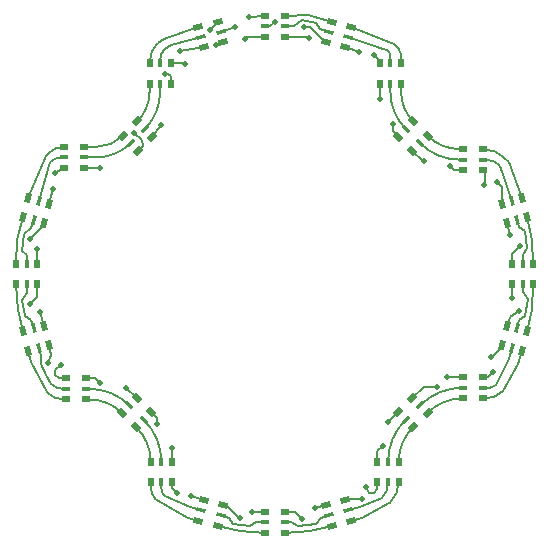
<source format=gbr>
%TF.GenerationSoftware,KiCad,Pcbnew,7.0.6*%
%TF.CreationDate,2023-08-09T16:46:22+09:30*%
%TF.ProjectId,interior-lighting,696e7465-7269-46f7-922d-6c6967687469,V1.0*%
%TF.SameCoordinates,Original*%
%TF.FileFunction,Copper,L1,Top*%
%TF.FilePolarity,Positive*%
%FSLAX46Y46*%
G04 Gerber Fmt 4.6, Leading zero omitted, Abs format (unit mm)*
G04 Created by KiCad (PCBNEW 7.0.6) date 2023-08-09 16:46:22*
%MOMM*%
%LPD*%
G01*
G04 APERTURE LIST*
G04 Aperture macros list*
%AMRotRect*
0 Rectangle, with rotation*
0 The origin of the aperture is its center*
0 $1 length*
0 $2 width*
0 $3 Rotation angle, in degrees counterclockwise*
0 Add horizontal line*
21,1,$1,$2,0,0,$3*%
G04 Aperture macros list end*
%TA.AperFunction,SMDPad,CuDef*%
%ADD10R,0.800000X0.500000*%
%TD*%
%TA.AperFunction,SMDPad,CuDef*%
%ADD11R,0.800000X0.300000*%
%TD*%
%TA.AperFunction,SMDPad,CuDef*%
%ADD12RotRect,0.800000X0.500000X315.000000*%
%TD*%
%TA.AperFunction,SMDPad,CuDef*%
%ADD13RotRect,0.800000X0.300000X315.000000*%
%TD*%
%TA.AperFunction,SMDPad,CuDef*%
%ADD14RotRect,0.800000X0.500000X285.000000*%
%TD*%
%TA.AperFunction,SMDPad,CuDef*%
%ADD15RotRect,0.800000X0.300000X285.000000*%
%TD*%
%TA.AperFunction,SMDPad,CuDef*%
%ADD16R,0.500000X0.800000*%
%TD*%
%TA.AperFunction,SMDPad,CuDef*%
%ADD17R,0.300000X0.800000*%
%TD*%
%TA.AperFunction,SMDPad,CuDef*%
%ADD18RotRect,0.800000X0.500000X45.000000*%
%TD*%
%TA.AperFunction,SMDPad,CuDef*%
%ADD19RotRect,0.800000X0.300000X45.000000*%
%TD*%
%TA.AperFunction,SMDPad,CuDef*%
%ADD20RotRect,0.800000X0.500000X75.000000*%
%TD*%
%TA.AperFunction,SMDPad,CuDef*%
%ADD21RotRect,0.800000X0.300000X75.000000*%
%TD*%
%TA.AperFunction,SMDPad,CuDef*%
%ADD22RotRect,0.800000X0.300000X105.000000*%
%TD*%
%TA.AperFunction,SMDPad,CuDef*%
%ADD23RotRect,0.800000X0.500000X105.000000*%
%TD*%
%TA.AperFunction,SMDPad,CuDef*%
%ADD24RotRect,0.800000X0.500000X225.000000*%
%TD*%
%TA.AperFunction,SMDPad,CuDef*%
%ADD25RotRect,0.800000X0.300000X225.000000*%
%TD*%
%TA.AperFunction,SMDPad,CuDef*%
%ADD26RotRect,0.800000X0.500000X255.000000*%
%TD*%
%TA.AperFunction,SMDPad,CuDef*%
%ADD27RotRect,0.800000X0.300000X255.000000*%
%TD*%
%TA.AperFunction,SMDPad,CuDef*%
%ADD28RotRect,0.800000X0.500000X345.000000*%
%TD*%
%TA.AperFunction,SMDPad,CuDef*%
%ADD29RotRect,0.800000X0.300000X345.000000*%
%TD*%
%TA.AperFunction,SMDPad,CuDef*%
%ADD30RotRect,0.800000X0.500000X195.000000*%
%TD*%
%TA.AperFunction,SMDPad,CuDef*%
%ADD31RotRect,0.800000X0.300000X195.000000*%
%TD*%
%TA.AperFunction,SMDPad,CuDef*%
%ADD32RotRect,0.800000X0.500000X165.000000*%
%TD*%
%TA.AperFunction,SMDPad,CuDef*%
%ADD33RotRect,0.800000X0.300000X165.000000*%
%TD*%
%TA.AperFunction,SMDPad,CuDef*%
%ADD34RotRect,0.800000X0.500000X135.000000*%
%TD*%
%TA.AperFunction,SMDPad,CuDef*%
%ADD35RotRect,0.800000X0.300000X135.000000*%
%TD*%
%TA.AperFunction,SMDPad,CuDef*%
%ADD36RotRect,0.800000X0.500000X15.000000*%
%TD*%
%TA.AperFunction,SMDPad,CuDef*%
%ADD37RotRect,0.800000X0.300000X15.000000*%
%TD*%
%TA.AperFunction,ViaPad*%
%ADD38C,0.500000*%
%TD*%
%TA.AperFunction,Conductor*%
%ADD39C,0.200000*%
%TD*%
G04 APERTURE END LIST*
D10*
%TO.P,U17,1,SDO*%
%TO.N,Net-(U17-SDO)*%
X82350000Y-110600000D03*
%TO.P,U17,2,SDI*%
%TO.N,Net-(U16-SDO)*%
X84050000Y-110600000D03*
D11*
%TO.P,U17,3,CKI*%
%TO.N,Net-(U16-CK0)*%
X84050000Y-109700000D03*
D10*
%TO.P,U17,4,GND*%
%TO.N,GND*%
X84050000Y-108800000D03*
%TO.P,U17,5,VDD*%
%TO.N,+3.3V*%
X82350000Y-108800000D03*
D11*
%TO.P,U17,6,CK0*%
%TO.N,Net-(U17-CK0)*%
X82350000Y-109700000D03*
%TD*%
D12*
%TO.P,U4,1,SDO*%
%TO.N,Net-(U4-SDO)*%
X112937437Y-88264645D03*
%TO.P,U4,2,SDI*%
%TO.N,Net-(U3-SDO)*%
X111735355Y-87062563D03*
D13*
%TO.P,U4,3,CKI*%
%TO.N,Net-(U3-CK0)*%
X111098959Y-87698959D03*
D12*
%TO.P,U4,4,GND*%
%TO.N,GND*%
X110462563Y-88335355D03*
%TO.P,U4,5,VDD*%
%TO.N,+3.3V*%
X111664645Y-89537437D03*
D13*
%TO.P,U4,6,CK0*%
%TO.N,Net-(U4-CK0)*%
X112301041Y-88901041D03*
%TD*%
D14*
%TO.P,U6,1,SDO*%
%TO.N,Net-(U6-SDO)*%
X121389329Y-95188100D03*
%TO.P,U6,2,SDI*%
%TO.N,Net-(U5-SDO)*%
X120949337Y-93546026D03*
D15*
%TO.P,U6,3,CKI*%
%TO.N,Net-(U5-CK0)*%
X120080004Y-93778963D03*
D14*
%TO.P,U6,4,GND*%
%TO.N,GND*%
X119210671Y-94011900D03*
%TO.P,U6,5,VDD*%
%TO.N,+3.3V*%
X119650663Y-95653974D03*
D15*
%TO.P,U6,6,CK0*%
%TO.N,Net-(U6-CK0)*%
X120519996Y-95421037D03*
%TD*%
D16*
%TO.P,U7,1,SDO*%
%TO.N,Net-(U7-SDO)*%
X121900000Y-100850000D03*
%TO.P,U7,2,SDI*%
%TO.N,Net-(U6-SDO)*%
X121900000Y-99150000D03*
D17*
%TO.P,U7,3,CKI*%
%TO.N,Net-(U6-CK0)*%
X121000000Y-99150000D03*
D16*
%TO.P,U7,4,GND*%
%TO.N,GND*%
X120100000Y-99150000D03*
%TO.P,U7,5,VDD*%
%TO.N,+3.3V*%
X120100000Y-100850000D03*
D17*
%TO.P,U7,6,CK0*%
%TO.N,Net-(U7-CK0)*%
X121000000Y-100850000D03*
%TD*%
D18*
%TO.P,U22,1,SDO*%
%TO.N,Net-(U22-SDO)*%
X88364645Y-87062563D03*
%TO.P,U22,2,SDI*%
%TO.N,Net-(U21-SDO)*%
X87162563Y-88264645D03*
D19*
%TO.P,U22,3,CKI*%
%TO.N,Net-(U21-CK0)*%
X87798959Y-88901041D03*
D18*
%TO.P,U22,4,GND*%
%TO.N,GND*%
X88435355Y-89537437D03*
%TO.P,U22,5,VDD*%
%TO.N,+3.3V*%
X89637437Y-88335355D03*
D19*
%TO.P,U22,6,CK0*%
%TO.N,Net-(U22-CK0)*%
X89001041Y-87698959D03*
%TD*%
D16*
%TO.P,U19,1,SDO*%
%TO.N,Net-(U19-SDO)*%
X78100000Y-99150000D03*
%TO.P,U19,2,SDI*%
%TO.N,Net-(U18-SDO)*%
X78100000Y-100850000D03*
D17*
%TO.P,U19,3,CKI*%
%TO.N,Net-(U18-CK0)*%
X79000000Y-100850000D03*
D16*
%TO.P,U19,4,GND*%
%TO.N,GND*%
X79900000Y-100850000D03*
%TO.P,U19,5,VDD*%
%TO.N,+3.3V*%
X79900000Y-99150000D03*
D17*
%TO.P,U19,6,CK0*%
%TO.N,Net-(U19-CK0)*%
X79000000Y-99150000D03*
%TD*%
D20*
%TO.P,U20,1,SDO*%
%TO.N,Net-(U20-SDO)*%
X79150663Y-93546026D03*
%TO.P,U20,2,SDI*%
%TO.N,Net-(U19-SDO)*%
X78710671Y-95188100D03*
D21*
%TO.P,U20,3,CKI*%
%TO.N,Net-(U19-CK0)*%
X79580004Y-95421037D03*
D20*
%TO.P,U20,4,GND*%
%TO.N,GND*%
X80449337Y-95653974D03*
%TO.P,U20,5,VDD*%
%TO.N,+3.3V*%
X80889329Y-94011900D03*
D21*
%TO.P,U20,6,CK0*%
%TO.N,Net-(U20-CK0)*%
X80019996Y-93778963D03*
%TD*%
D10*
%TO.P,U1,1,SDO*%
%TO.N,Net-(U1-SDO)*%
X100850000Y-78100000D03*
%TO.P,U1,2,SDI*%
%TO.N,Net-(P3-P1)*%
X99150000Y-78100000D03*
D11*
%TO.P,U1,3,CKI*%
%TO.N,Net-(P2-P1)*%
X99150000Y-79000000D03*
D10*
%TO.P,U1,4,GND*%
%TO.N,GND*%
X99150000Y-79900000D03*
%TO.P,U1,5,VDD*%
%TO.N,+3.3V*%
X100850000Y-79900000D03*
D11*
%TO.P,U1,6,CK0*%
%TO.N,Net-(U1-CK0)*%
X100850000Y-79000000D03*
%TD*%
D16*
%TO.P,U15,1,SDO*%
%TO.N,Net-(U15-SDO)*%
X89500000Y-115850000D03*
%TO.P,U15,2,SDI*%
%TO.N,Net-(U14-SDO)*%
X89500000Y-117550000D03*
D17*
%TO.P,U15,3,CKI*%
%TO.N,Net-(U14-CK0)*%
X90400000Y-117550000D03*
D16*
%TO.P,U15,4,GND*%
%TO.N,GND*%
X91300000Y-117550000D03*
%TO.P,U15,5,VDD*%
%TO.N,+3.3V*%
X91300000Y-115850000D03*
D17*
%TO.P,U15,6,CK0*%
%TO.N,Net-(U15-CK0)*%
X90400000Y-115850000D03*
%TD*%
D22*
%TO.P,U18,6,CK0*%
%TO.N,Net-(U18-CK0)*%
X79580004Y-104578963D03*
D23*
%TO.P,U18,5,VDD*%
%TO.N,+3.3V*%
X80449337Y-104346026D03*
%TO.P,U18,4,GND*%
%TO.N,GND*%
X80889329Y-105988100D03*
D22*
%TO.P,U18,3,CKI*%
%TO.N,Net-(U17-CK0)*%
X80019996Y-106221037D03*
D23*
%TO.P,U18,2,SDI*%
%TO.N,Net-(U17-SDO)*%
X79150663Y-106453974D03*
%TO.P,U18,1,SDO*%
%TO.N,Net-(U18-SDO)*%
X78710671Y-104811900D03*
%TD*%
D24*
%TO.P,U10,1,SDO*%
%TO.N,Net-(U10-SDO)*%
X111735355Y-112937437D03*
%TO.P,U10,2,SDI*%
%TO.N,Net-(U10-SDI)*%
X112937437Y-111735355D03*
D25*
%TO.P,U10,3,CKI*%
%TO.N,Net-(U10-CKI)*%
X112301041Y-111098959D03*
D24*
%TO.P,U10,4,GND*%
%TO.N,GND*%
X111664645Y-110462563D03*
%TO.P,U10,5,VDD*%
%TO.N,+3.3V*%
X110462563Y-111664645D03*
D25*
%TO.P,U10,6,CK0*%
%TO.N,Net-(U10-CK0)*%
X111098959Y-112301041D03*
%TD*%
D10*
%TO.P,U13,1,SDO*%
%TO.N,Net-(U13-SDO)*%
X99150000Y-121900000D03*
%TO.P,U13,2,SDI*%
%TO.N,Net-(U12-SDO)*%
X100850000Y-121900000D03*
D11*
%TO.P,U13,3,CKI*%
%TO.N,Net-(U12-CK0)*%
X100850000Y-121000000D03*
D10*
%TO.P,U13,4,GND*%
%TO.N,GND*%
X100850000Y-120100000D03*
%TO.P,U13,5,VDD*%
%TO.N,+3.3V*%
X99150000Y-120100000D03*
D11*
%TO.P,U13,6,CK0*%
%TO.N,Net-(U13-CK0)*%
X99150000Y-121000000D03*
%TD*%
D26*
%TO.P,U8,1,SDO*%
%TO.N,Net-(U8-SDO)*%
X120949337Y-106453974D03*
%TO.P,U8,2,SDI*%
%TO.N,Net-(U7-SDO)*%
X121389329Y-104811900D03*
D27*
%TO.P,U8,3,CKI*%
%TO.N,Net-(U7-CK0)*%
X120519996Y-104578963D03*
D26*
%TO.P,U8,4,GND*%
%TO.N,GND*%
X119650663Y-104346026D03*
%TO.P,U8,5,VDD*%
%TO.N,+3.3V*%
X119210671Y-105988100D03*
D27*
%TO.P,U8,6,CK0*%
%TO.N,Net-(U8-CK0)*%
X120080004Y-106221037D03*
%TD*%
D16*
%TO.P,U3,1,SDO*%
%TO.N,Net-(U3-SDO)*%
X110700000Y-83850000D03*
%TO.P,U3,2,SDI*%
%TO.N,Net-(U2-SDO)*%
X110700000Y-82150000D03*
D17*
%TO.P,U3,3,CKI*%
%TO.N,Net-(U2-CK0)*%
X109800000Y-82150000D03*
D16*
%TO.P,U3,4,GND*%
%TO.N,GND*%
X108900000Y-82150000D03*
%TO.P,U3,5,VDD*%
%TO.N,+3.3V*%
X108900000Y-83850000D03*
D17*
%TO.P,U3,6,CK0*%
%TO.N,Net-(U3-CK0)*%
X109800000Y-83850000D03*
%TD*%
D10*
%TO.P,U21,1,SDO*%
%TO.N,Net-(U21-SDO)*%
X83850000Y-89200000D03*
%TO.P,U21,2,SDI*%
%TO.N,Net-(U20-SDO)*%
X82150000Y-89200000D03*
D11*
%TO.P,U21,3,CKI*%
%TO.N,Net-(U20-CK0)*%
X82150000Y-90100000D03*
D10*
%TO.P,U21,4,GND*%
%TO.N,GND*%
X82150000Y-91000000D03*
%TO.P,U21,5,VDD*%
%TO.N,+3.3V*%
X83850000Y-91000000D03*
D11*
%TO.P,U21,6,CK0*%
%TO.N,Net-(U21-CK0)*%
X83850000Y-90100000D03*
%TD*%
D28*
%TO.P,U2,1,SDO*%
%TO.N,Net-(U2-SDO)*%
X106453974Y-79050663D03*
%TO.P,U2,2,SDI*%
%TO.N,Net-(U1-SDO)*%
X104811900Y-78610671D03*
D29*
%TO.P,U2,3,CKI*%
%TO.N,Net-(U1-CK0)*%
X104578963Y-79480004D03*
D28*
%TO.P,U2,4,GND*%
%TO.N,GND*%
X104346026Y-80349337D03*
%TO.P,U2,5,VDD*%
%TO.N,+3.3V*%
X105988100Y-80789329D03*
D29*
%TO.P,U2,6,CK0*%
%TO.N,Net-(U2-CK0)*%
X106221037Y-79919996D03*
%TD*%
D30*
%TO.P,U12,1,SDO*%
%TO.N,Net-(U12-SDO)*%
X104811900Y-121289329D03*
%TO.P,U12,2,SDI*%
%TO.N,Net-(U11-SDO)*%
X106453974Y-120849337D03*
D31*
%TO.P,U12,3,CKI*%
%TO.N,Net-(U11-CK0)*%
X106221037Y-119980004D03*
D30*
%TO.P,U12,4,GND*%
%TO.N,GND*%
X105988100Y-119110671D03*
%TO.P,U12,5,VDD*%
%TO.N,+3.3V*%
X104346026Y-119550663D03*
D31*
%TO.P,U12,6,CK0*%
%TO.N,Net-(U12-CK0)*%
X104578963Y-120419996D03*
%TD*%
D32*
%TO.P,U14,1,SDO*%
%TO.N,Net-(U14-SDO)*%
X93546026Y-120849337D03*
%TO.P,U14,2,SDI*%
%TO.N,Net-(U13-SDO)*%
X95188100Y-121289329D03*
D33*
%TO.P,U14,3,CKI*%
%TO.N,Net-(U13-CK0)*%
X95421037Y-120419996D03*
D32*
%TO.P,U14,4,GND*%
%TO.N,GND*%
X95653974Y-119550663D03*
%TO.P,U14,5,VDD*%
%TO.N,+3.3V*%
X94011900Y-119110671D03*
D33*
%TO.P,U14,6,CK0*%
%TO.N,Net-(U14-CK0)*%
X93778963Y-119980004D03*
%TD*%
D34*
%TO.P,U16,1,SDO*%
%TO.N,Net-(U16-SDO)*%
X87062563Y-111735355D03*
%TO.P,U16,2,SDI*%
%TO.N,Net-(U15-SDO)*%
X88264645Y-112937437D03*
D35*
%TO.P,U16,3,CKI*%
%TO.N,Net-(U15-CK0)*%
X88901041Y-112301041D03*
D34*
%TO.P,U16,4,GND*%
%TO.N,GND*%
X89537437Y-111664645D03*
%TO.P,U16,5,VDD*%
%TO.N,+3.3V*%
X88335355Y-110462563D03*
D35*
%TO.P,U16,6,CK0*%
%TO.N,Net-(U16-CK0)*%
X87698959Y-111098959D03*
%TD*%
D16*
%TO.P,U23,1,SDO*%
%TO.N,Net-(U23-SDO)*%
X89400000Y-82150000D03*
%TO.P,U23,2,SDI*%
%TO.N,Net-(U22-SDO)*%
X89400000Y-83850000D03*
D17*
%TO.P,U23,3,CKI*%
%TO.N,Net-(U22-CK0)*%
X90300000Y-83850000D03*
D16*
%TO.P,U23,4,GND*%
%TO.N,GND*%
X91200000Y-83850000D03*
%TO.P,U23,5,VDD*%
%TO.N,+3.3V*%
X91200000Y-82150000D03*
D17*
%TO.P,U23,6,CK0*%
%TO.N,Net-(U23-CK0)*%
X90300000Y-82150000D03*
%TD*%
D16*
%TO.P,U11,1,SDO*%
%TO.N,Net-(U11-SDO)*%
X110500000Y-117550000D03*
%TO.P,U11,2,SDI*%
%TO.N,Net-(U10-SDO)*%
X110500000Y-115850000D03*
D17*
%TO.P,U11,3,CKI*%
%TO.N,Net-(U10-CK0)*%
X109600000Y-115850000D03*
D16*
%TO.P,U11,4,GND*%
%TO.N,GND*%
X108700000Y-115850000D03*
%TO.P,U11,5,VDD*%
%TO.N,+3.3V*%
X108700000Y-117550000D03*
D17*
%TO.P,U11,6,CK0*%
%TO.N,Net-(U11-CK0)*%
X109600000Y-117550000D03*
%TD*%
D10*
%TO.P,U9,1,SDO*%
%TO.N,Net-(U10-SDI)*%
X115950000Y-110500000D03*
%TO.P,U9,2,SDI*%
%TO.N,Net-(U8-SDO)*%
X117650000Y-110500000D03*
D11*
%TO.P,U9,3,CKI*%
%TO.N,Net-(U8-CK0)*%
X117650000Y-109600000D03*
D10*
%TO.P,U9,4,GND*%
%TO.N,GND*%
X117650000Y-108700000D03*
%TO.P,U9,5,VDD*%
%TO.N,+3.3V*%
X115950000Y-108700000D03*
D11*
%TO.P,U9,6,CK0*%
%TO.N,Net-(U10-CKI)*%
X115950000Y-109600000D03*
%TD*%
D36*
%TO.P,U24,1,SDO*%
%TO.N,Net-(P5-P1)*%
X95188100Y-78610671D03*
%TO.P,U24,2,SDI*%
%TO.N,Net-(U23-SDO)*%
X93546026Y-79050663D03*
D37*
%TO.P,U24,3,CKI*%
%TO.N,Net-(U23-CK0)*%
X93778963Y-79919996D03*
D36*
%TO.P,U24,4,GND*%
%TO.N,GND*%
X94011900Y-80789329D03*
%TO.P,U24,5,VDD*%
%TO.N,+3.3V*%
X95653974Y-80349337D03*
D37*
%TO.P,U24,6,CK0*%
%TO.N,Net-(P6-P1)*%
X95421037Y-79480004D03*
%TD*%
D10*
%TO.P,U5,1,SDO*%
%TO.N,Net-(U5-SDO)*%
X117650000Y-89400000D03*
%TO.P,U5,2,SDI*%
%TO.N,Net-(U4-SDO)*%
X115950000Y-89400000D03*
D11*
%TO.P,U5,3,CKI*%
%TO.N,Net-(U4-CK0)*%
X115950000Y-90300000D03*
D10*
%TO.P,U5,4,GND*%
%TO.N,GND*%
X115950000Y-91200000D03*
%TO.P,U5,5,VDD*%
%TO.N,+3.3V*%
X117650000Y-91200000D03*
D11*
%TO.P,U5,6,CK0*%
%TO.N,Net-(U5-CK0)*%
X117650000Y-90300000D03*
%TD*%
D38*
%TO.N,GND*%
X88100000Y-88050000D03*
X90750000Y-83050000D03*
%TO.N,+3.3V*%
X107700000Y-118000000D03*
%TO.N,GND*%
X91700000Y-118500000D03*
%TO.N,+3.3V*%
X81900000Y-107700000D03*
%TO.N,GND*%
X92000000Y-81100000D03*
%TO.N,Net-(P6-P1)*%
X96600000Y-79100000D03*
%TO.N,Net-(P5-P1)*%
X94500000Y-79300000D03*
%TO.N,GND*%
X81400000Y-91400000D03*
%TO.N,Net-(P2-P1)*%
X100000000Y-78600000D03*
%TO.N,Net-(P3-P1)*%
X97800000Y-78200000D03*
%TO.N,GND*%
X118500000Y-108300000D03*
%TO.N,+3.3V*%
X117700000Y-92400000D03*
%TO.N,GND*%
X108400000Y-81400000D03*
%TO.N,+3.3V*%
X92400000Y-82200000D03*
%TO.N,GND*%
X109200000Y-114500000D03*
X113700000Y-109500000D03*
X102300000Y-120700000D03*
X79300000Y-97000000D03*
X110000000Y-87300000D03*
X97450000Y-80050000D03*
X120800000Y-97600000D03*
X118800000Y-92200000D03*
X97100000Y-120600000D03*
X107400000Y-119000000D03*
X90000000Y-112700000D03*
X120700000Y-103100000D03*
X114800000Y-90800000D03*
X79300000Y-102500000D03*
X102500000Y-79100000D03*
X85200000Y-109200000D03*
X80800000Y-107500000D03*
%TO.N,+3.3V*%
X114600000Y-108700000D03*
X107100000Y-81200000D03*
X108900000Y-85200000D03*
X112600000Y-90400000D03*
X109600000Y-112500000D03*
X80100000Y-103200000D03*
X79900000Y-97900000D03*
X103400000Y-119800000D03*
X120100000Y-102000000D03*
X118300000Y-107000000D03*
X92900000Y-118800000D03*
X90400000Y-87400000D03*
X102900000Y-80000000D03*
X81200000Y-92800000D03*
X91300000Y-114700000D03*
X85200000Y-91000000D03*
X95000000Y-80600000D03*
X119900000Y-96700000D03*
X98100000Y-120100000D03*
X87400000Y-109600000D03*
%TD*%
D39*
%TO.N,GND*%
X88800000Y-88650000D02*
X88100000Y-88050000D01*
X88435355Y-89537437D02*
X88850000Y-89100000D01*
X88850000Y-89100000D02*
X88800000Y-88650000D01*
X97450000Y-80050000D02*
X97600000Y-79900000D01*
X97600000Y-79900000D02*
X99150000Y-79900000D01*
X91200000Y-83850000D02*
X91200000Y-83250000D01*
X91200000Y-83250000D02*
X91000000Y-83050000D01*
X91000000Y-83050000D02*
X90750000Y-83050000D01*
X113700000Y-109500000D02*
X112627208Y-109500000D01*
X112627208Y-109500000D02*
X111664645Y-110462563D01*
%TO.N,+3.3V*%
X102900000Y-80000000D02*
X102800000Y-79900000D01*
X102800000Y-79900000D02*
X100850000Y-79900000D01*
%TO.N,GND*%
X102500000Y-79100000D02*
X103000000Y-79100000D01*
X103000000Y-79100000D02*
X104249337Y-80349337D01*
X104249337Y-80349337D02*
X104346026Y-80349337D01*
%TO.N,Net-(U1-CK0)*%
X100850000Y-79000000D02*
X101600000Y-79000000D01*
X101600000Y-79000000D02*
X102300000Y-78500000D01*
X102300000Y-78500000D02*
X103500000Y-78700000D01*
X103500000Y-78700000D02*
X103800000Y-79200000D01*
X103800000Y-79200000D02*
X104578963Y-79480004D01*
%TO.N,+3.3V*%
X107100000Y-81200000D02*
X106689329Y-81000000D01*
X106689329Y-81000000D02*
X105988100Y-80789329D01*
X108900000Y-85200000D02*
X108900000Y-83850000D01*
%TO.N,GND*%
X110000000Y-87300000D02*
X110000000Y-87872792D01*
X110000000Y-87872792D02*
X110462563Y-88335355D01*
%TO.N,+3.3V*%
X112600000Y-90400000D02*
X112527208Y-90400000D01*
X112527208Y-90400000D02*
X111664645Y-89537437D01*
X117700000Y-92400000D02*
X117800000Y-92300000D01*
X117800000Y-92300000D02*
X117800000Y-91350000D01*
X117800000Y-91350000D02*
X117650000Y-91200000D01*
%TO.N,GND*%
X120800000Y-97600000D02*
X120100000Y-98300000D01*
X120100000Y-98300000D02*
X120100000Y-99150000D01*
%TO.N,Net-(U6-CK0)*%
X120519996Y-95421037D02*
X120700000Y-96000000D01*
X120700000Y-96000000D02*
X121200000Y-96300000D01*
X121000000Y-98400000D02*
X121000000Y-99150000D01*
X121200000Y-96300000D02*
X121400000Y-97800000D01*
X121400000Y-97800000D02*
X121000000Y-98400000D01*
%TO.N,GND*%
X120700000Y-103100000D02*
X119900000Y-103600000D01*
X119900000Y-103600000D02*
X119800000Y-103949337D01*
X119800000Y-103949337D02*
X119650663Y-104346026D01*
%TO.N,Net-(U7-CK0)*%
X121000000Y-100850000D02*
X121000000Y-101500000D01*
X121000000Y-101500000D02*
X121441554Y-102097282D01*
X121441554Y-102097282D02*
X121200000Y-103500000D01*
X121200000Y-103500000D02*
X120700000Y-103900000D01*
X120700000Y-103900000D02*
X120519996Y-104578963D01*
%TO.N,+3.3V*%
X118300000Y-107000000D02*
X118400000Y-107000000D01*
X118400000Y-107000000D02*
X119210671Y-106189329D01*
X119210671Y-106189329D02*
X119210671Y-105988100D01*
%TO.N,GND*%
X118500000Y-108300000D02*
X118100000Y-108700000D01*
X118100000Y-108700000D02*
X117650000Y-108700000D01*
X108700000Y-115850000D02*
X108700000Y-115000000D01*
X108700000Y-115000000D02*
X109200000Y-114500000D01*
%TO.N,+3.3V*%
X108000000Y-118500000D02*
X107700000Y-118000000D01*
X108700000Y-118200000D02*
X108400000Y-118500000D01*
X108700000Y-117550000D02*
X108700000Y-118200000D01*
X108400000Y-118500000D02*
X108000000Y-118500000D01*
%TO.N,GND*%
X105988100Y-119110671D02*
X106098771Y-119000000D01*
X106098771Y-119000000D02*
X107400000Y-119000000D01*
X100850000Y-120100000D02*
X101700000Y-120100000D01*
X101700000Y-120100000D02*
X102300000Y-120700000D01*
%TO.N,Net-(U12-CK0)*%
X100850000Y-121000000D02*
X101400000Y-121000000D01*
X101400000Y-121000000D02*
X102000000Y-121300000D01*
X102000000Y-121300000D02*
X103500000Y-121100000D01*
X103500000Y-121100000D02*
X103900000Y-120600000D01*
X103900000Y-120600000D02*
X104578963Y-120419996D01*
%TO.N,GND*%
X97100000Y-120600000D02*
X96950000Y-120600000D01*
X96950000Y-120600000D02*
X95900663Y-119550663D01*
X95900663Y-119550663D02*
X95653974Y-119550663D01*
%TO.N,Net-(U13-CK0)*%
X97900000Y-121300000D02*
X98400000Y-121000000D01*
X98400000Y-121000000D02*
X99150000Y-121000000D01*
X96100000Y-120600000D02*
X96500000Y-121100000D01*
X95421037Y-120419996D02*
X96100000Y-120600000D01*
X96500000Y-121100000D02*
X97900000Y-121300000D01*
%TO.N,GND*%
X91300000Y-117550000D02*
X91300000Y-118100000D01*
X91300000Y-118100000D02*
X91700000Y-118500000D01*
X90000000Y-112700000D02*
X90000000Y-112127208D01*
X90000000Y-112127208D02*
X89537437Y-111664645D01*
%TO.N,+3.3V*%
X81400000Y-108100000D02*
X81900000Y-107700000D01*
X81700000Y-108800000D02*
X81400000Y-108500000D01*
X82350000Y-108800000D02*
X81700000Y-108800000D01*
X81400000Y-108500000D02*
X81400000Y-108100000D01*
%TO.N,GND*%
X85200000Y-109200000D02*
X84800000Y-108800000D01*
X84800000Y-108800000D02*
X84050000Y-108800000D01*
X80889329Y-105988100D02*
X81100000Y-106800000D01*
X81100000Y-106800000D02*
X80800000Y-107500000D01*
%TO.N,Net-(U17-CK0)*%
X80200000Y-107600000D02*
X80200000Y-106900000D01*
X81100000Y-109300000D02*
X80600000Y-108500000D01*
X80200000Y-106900000D02*
X80019996Y-106221037D01*
X80600000Y-108500000D02*
X80200000Y-107600000D01*
%TO.N,GND*%
X79300000Y-102500000D02*
X79900000Y-101900000D01*
X79900000Y-101900000D02*
X79900000Y-100850000D01*
%TO.N,Net-(U18-CK0)*%
X78900000Y-103500000D02*
X79400000Y-103900000D01*
X79000000Y-101600000D02*
X78627073Y-102197482D01*
X79000000Y-100850000D02*
X79000000Y-101600000D01*
X78627073Y-102197482D02*
X78900000Y-103500000D01*
X79400000Y-103900000D02*
X79580004Y-104578963D01*
%TO.N,GND*%
X79300000Y-97000000D02*
X80449337Y-95850663D01*
X80449337Y-95850663D02*
X80449337Y-95653974D01*
%TO.N,Net-(U19-CK0)*%
X79580004Y-95421037D02*
X79400000Y-96100000D01*
X79400000Y-96100000D02*
X78800000Y-96600000D01*
X78800000Y-96600000D02*
X78600000Y-98000000D01*
X78600000Y-98000000D02*
X79000000Y-98400000D01*
X79000000Y-98400000D02*
X79000000Y-99150000D01*
%TO.N,+3.3V*%
X95000000Y-80600000D02*
X95653974Y-80349337D01*
%TO.N,GND*%
X94011900Y-80789329D02*
X92000000Y-81100000D01*
%TO.N,Net-(P6-P1)*%
X96600000Y-79100000D02*
X95421037Y-79480004D01*
%TO.N,Net-(P5-P1)*%
X95188100Y-78610671D02*
X94500000Y-79300000D01*
%TO.N,GND*%
X82150000Y-91000000D02*
X81400000Y-91400000D01*
%TO.N,Net-(P2-P1)*%
X99600000Y-79000000D02*
X99150000Y-79000000D01*
X99600000Y-79000000D02*
X100000000Y-78600000D01*
%TO.N,Net-(P3-P1)*%
X97800000Y-78200000D02*
X99150000Y-78100000D01*
%TO.N,GND*%
X119210671Y-94011900D02*
X119210671Y-92610671D01*
X119210671Y-92610671D02*
X118800000Y-92200000D01*
X114800000Y-90800000D02*
X115200000Y-91200000D01*
X115200000Y-91200000D02*
X115950000Y-91200000D01*
%TO.N,Net-(U1-SDO)*%
X100850000Y-78100000D02*
X102792526Y-78070062D01*
X102792526Y-78070062D02*
X104811900Y-78610671D01*
%TO.N,Net-(U22-SDO)*%
X88364643Y-87062561D02*
G75*
G03*
X89400000Y-84562995I-2499543J2499561D01*
G01*
%TO.N,+3.3V*%
X115950000Y-108700000D02*
X114600000Y-108700000D01*
%TO.N,GND*%
X108900000Y-81900000D02*
X108400000Y-81400000D01*
X108900000Y-82150000D02*
X108900000Y-81900000D01*
%TO.N,+3.3V*%
X92350000Y-82150000D02*
X92400000Y-82200000D01*
X91200000Y-82150000D02*
X92350000Y-82150000D01*
X83850000Y-91000000D02*
X85200000Y-91000000D01*
X120100000Y-100850000D02*
X120100000Y-102000000D01*
X104346026Y-119550663D02*
X103400000Y-119800000D01*
X80889329Y-94011900D02*
X81200000Y-92800000D01*
X119650663Y-95653974D02*
X119900000Y-96700000D01*
X110462563Y-111664645D02*
X109600000Y-112500000D01*
X79900000Y-99150000D02*
X79900000Y-97900000D01*
X99150000Y-120100000D02*
X98100000Y-120100000D01*
X91300000Y-115850000D02*
X91300000Y-114700000D01*
X88335355Y-110462563D02*
X87400000Y-109600000D01*
X89637437Y-88335355D02*
X90400000Y-87400000D01*
X94011900Y-119110671D02*
X92900000Y-118800000D01*
X80449337Y-104346026D02*
X80100000Y-103200000D01*
%TO.N,Net-(U2-CK0)*%
X109800000Y-82150000D02*
X109800000Y-81441421D01*
X106221037Y-79919996D02*
X109200000Y-80900000D01*
X109700000Y-81200000D02*
X109541421Y-81041421D01*
X109799991Y-81441421D02*
G75*
G03*
X109700000Y-81200000I-341391J21D01*
G01*
X109541412Y-81041430D02*
G75*
G03*
X109200000Y-80900000I-341412J-341370D01*
G01*
%TO.N,Net-(U2-SDO)*%
X110487868Y-80887868D02*
X110100000Y-80500000D01*
X110700000Y-82150000D02*
X110700000Y-81400000D01*
X110100000Y-80500000D02*
X106453974Y-79050663D01*
X110699989Y-81400000D02*
G75*
G03*
X110487868Y-80887868I-724289J0D01*
G01*
%TO.N,Net-(U3-CK0)*%
X109800000Y-83850000D02*
X109800000Y-84562995D01*
X109799997Y-84562995D02*
G75*
G03*
X111098959Y-87698959I4434903J-5D01*
G01*
%TO.N,Net-(U3-SDO)*%
X110700000Y-84562995D02*
X110700000Y-83850000D01*
X110699997Y-84562995D02*
G75*
G03*
X111735355Y-87062563I3534903J-5D01*
G01*
%TO.N,Net-(U4-CK0)*%
X115678426Y-90300000D02*
X115950000Y-90300000D01*
X112301037Y-88901045D02*
G75*
G03*
X115678426Y-90300000I3377363J3377345D01*
G01*
%TO.N,Net-(U4-SDO)*%
X115678426Y-89400000D02*
X115950000Y-89400000D01*
X112937433Y-88264649D02*
G75*
G03*
X115678426Y-89400000I2740967J2740949D01*
G01*
%TO.N,Net-(U5-CK0)*%
X120080004Y-93778963D02*
X119100000Y-90800000D01*
X117650000Y-90300000D02*
X117892894Y-90300000D01*
X119100002Y-90799998D02*
G75*
G03*
X117892894Y-90300000I-1207102J-1207102D01*
G01*
%TO.N,Net-(U5-SDO)*%
X119442462Y-90142462D02*
X119800000Y-90500000D01*
X120949337Y-93546026D02*
X119800000Y-90500000D01*
X119442457Y-90142467D02*
G75*
G03*
X117650000Y-89400000I-1792457J-1792433D01*
G01*
%TO.N,Net-(U6-SDO)*%
X121800000Y-97100000D02*
X121389329Y-95188100D01*
X121900000Y-99150000D02*
X121800000Y-97100000D01*
%TO.N,Net-(U7-SDO)*%
X121800000Y-103000000D02*
X121389329Y-104811900D01*
X121900000Y-100850000D02*
X121800000Y-103000000D01*
%TO.N,Net-(U8-CK0)*%
X117650000Y-109600000D02*
X118217158Y-109600000D01*
X120080004Y-106221037D02*
X119800000Y-107200000D01*
X119800000Y-107200000D02*
X118700000Y-109400000D01*
X118217158Y-109599982D02*
G75*
G03*
X118700000Y-109400000I42J682782D01*
G01*
%TO.N,Net-(U8-SDO)*%
X120600000Y-107600000D02*
X119300000Y-109900000D01*
X117650000Y-110500000D02*
X117851472Y-110500000D01*
X120949337Y-106453974D02*
X120600000Y-107600000D01*
X117851472Y-110499988D02*
G75*
G03*
X119300000Y-109900000I28J2048488D01*
G01*
%TO.N,Net-(U10-CKI)*%
X115919848Y-109600000D02*
X115950000Y-109600000D01*
X115919848Y-109600044D02*
G75*
G03*
X112301041Y-111098959I-48J-5117756D01*
G01*
%TO.N,Net-(U10-SDI)*%
X115919847Y-110500000D02*
X115950000Y-110500000D01*
X115919847Y-110500044D02*
G75*
G03*
X112937437Y-111735355I-47J-4217756D01*
G01*
%TO.N,Net-(U10-CK0)*%
X111049569Y-112350431D02*
X111098959Y-112301041D01*
X111049577Y-112350439D02*
G75*
G03*
X109600000Y-115850000I3499523J-3499561D01*
G01*
%TO.N,Net-(U10-SDO)*%
X111685965Y-112986827D02*
X111735355Y-112937437D01*
X111685973Y-112986835D02*
G75*
G03*
X110500000Y-115850000I2863127J-2863165D01*
G01*
%TO.N,Net-(U11-CK0)*%
X106221037Y-119980004D02*
X107200000Y-119700000D01*
X109600000Y-117550000D02*
X109600000Y-117692894D01*
X107200000Y-119700000D02*
X109100000Y-118900000D01*
X109100002Y-118900002D02*
G75*
G03*
X109600000Y-117692894I-1207102J1207102D01*
G01*
%TO.N,Net-(U11-SDO)*%
X106453974Y-120849337D02*
X107400000Y-120600000D01*
X109700000Y-119400000D02*
X107400000Y-120600000D01*
X109757538Y-119342462D02*
X109700000Y-119400000D01*
X109757533Y-119342457D02*
G75*
G03*
X110500000Y-117550000I-1792433J1792457D01*
G01*
%TO.N,Net-(U12-SDO)*%
X103000000Y-121700000D02*
X104811900Y-121289329D01*
X100850000Y-121900000D02*
X103000000Y-121700000D01*
%TO.N,Net-(U13-SDO)*%
X99150000Y-121900000D02*
X97100000Y-121700000D01*
X97100000Y-121700000D02*
X95188100Y-121289329D01*
%TO.N,Net-(U14-CK0)*%
X90700000Y-118800000D02*
X92800000Y-119700000D01*
X93778963Y-119980004D02*
X92800000Y-119700000D01*
X90400000Y-117550000D02*
X90400000Y-118075736D01*
X90399986Y-118075736D02*
G75*
G03*
X90700001Y-118799999I1024314J36D01*
G01*
%TO.N,Net-(U14-SDO)*%
X92700000Y-120600000D02*
X89900000Y-119000000D01*
X93546026Y-120849337D02*
X92700000Y-120600000D01*
X89500000Y-117550000D02*
X89500000Y-118034315D01*
X89499994Y-118034315D02*
G75*
G03*
X89900000Y-119000000I1365706J15D01*
G01*
%TO.N,Net-(U15-CK0)*%
X88950431Y-112350431D02*
X88901041Y-112301041D01*
X90400011Y-115850000D02*
G75*
G03*
X88950431Y-112350431I-4949111J0D01*
G01*
%TO.N,Net-(U15-SDO)*%
X88314035Y-112986827D02*
X88264645Y-112937437D01*
X89500011Y-115850000D02*
G75*
G03*
X88314035Y-112986827I-4049111J0D01*
G01*
%TO.N,Net-(U16-CK0)*%
X84050000Y-109700000D02*
X84321574Y-109700000D01*
X87698963Y-111098955D02*
G75*
G03*
X84321574Y-109700000I-3377363J-3377345D01*
G01*
%TO.N,Net-(U16-SDO)*%
X84050000Y-110600000D02*
X84321574Y-110600000D01*
X87062567Y-111735351D02*
G75*
G03*
X84321574Y-110600000I-2740967J-2740949D01*
G01*
%TO.N,Net-(U17-CK0)*%
X82350000Y-109700000D02*
X82065685Y-109700000D01*
X81100004Y-109299996D02*
G75*
G03*
X82065685Y-109700000I965696J965696D01*
G01*
%TO.N,Net-(U17-SDO)*%
X79150663Y-106453974D02*
X79400000Y-107400000D01*
X80700000Y-110000000D02*
X79400000Y-107400000D01*
X82350000Y-110600000D02*
X82148528Y-110600000D01*
X80699992Y-110000008D02*
G75*
G03*
X82148528Y-110600000I1448508J1448508D01*
G01*
%TO.N,Net-(U18-SDO)*%
X78710671Y-104811900D02*
X78300000Y-103000000D01*
X78300000Y-103000000D02*
X78100000Y-100850000D01*
%TO.N,Net-(U19-SDO)*%
X78200000Y-97100000D02*
X78100000Y-99150000D01*
X78710671Y-95188100D02*
X78200000Y-97100000D01*
%TO.N,Net-(U20-CK0)*%
X81000000Y-90500000D02*
X80019996Y-93778963D01*
X82150000Y-90100000D02*
X81965685Y-90100000D01*
X81965685Y-90099994D02*
G75*
G03*
X81000000Y-90500000I15J-1365706D01*
G01*
%TO.N,Net-(U20-SDO)*%
X80869670Y-89730330D02*
X80600000Y-90000000D01*
X79150663Y-93546026D02*
X80600000Y-90000000D01*
X82150000Y-89200012D02*
G75*
G03*
X80869670Y-89730330I0J-1810688D01*
G01*
%TO.N,Net-(U21-CK0)*%
X83850000Y-90100000D02*
X84904416Y-90100000D01*
X84904416Y-90100011D02*
G75*
G03*
X87798958Y-88901040I-16J4093511D01*
G01*
%TO.N,Net-(U21-SDO)*%
X83850000Y-89200000D02*
X84904417Y-89200000D01*
X84904417Y-89200012D02*
G75*
G03*
X87162563Y-88264645I-17J3193512D01*
G01*
%TO.N,Net-(U22-CK0)*%
X90300000Y-84562995D02*
X90300000Y-83850000D01*
X89001039Y-87698957D02*
G75*
G03*
X90300000Y-84562995I-3135939J3135957D01*
G01*
%TO.N,Net-(U22-SDO)*%
X89400000Y-84562995D02*
X89400000Y-83850000D01*
%TO.N,Net-(U23-CK0)*%
X90300000Y-82150000D02*
X90300000Y-81865685D01*
X91200000Y-80600000D02*
X90700000Y-80900000D01*
X93778963Y-79919996D02*
X91200000Y-80600000D01*
X90700004Y-80900004D02*
G75*
G03*
X90300000Y-81865685I965696J-965696D01*
G01*
%TO.N,Net-(U23-SDO)*%
X89400000Y-82150000D02*
X89400000Y-82089949D01*
X90600000Y-80100000D02*
X90100000Y-80400000D01*
X93546026Y-79050663D02*
X90600000Y-80100000D01*
X90099986Y-80399986D02*
G75*
G03*
X89400000Y-82089949I1689914J-1689914D01*
G01*
%TD*%
M02*

</source>
